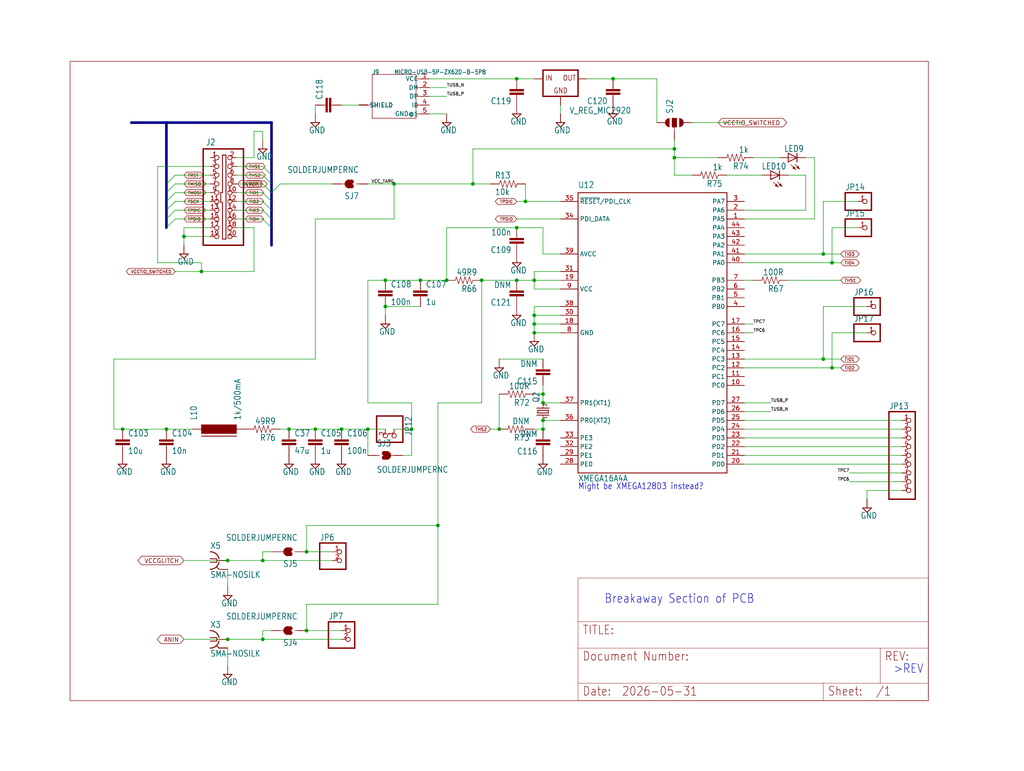
<source format=kicad_sch>
(kicad_sch (version 20230121) (generator eeschema)
  (paper "User" 297.002 223.571)
  (lib_symbols
    (symbol "cw-lite-main-eagle-import:CRYSTALHC49U-V"
      (property "Reference" "Q" (at 2.54 1.016 0))
      (symbol "CRYSTALHC49U-V_1_0"
        (text "1" (at -2.159 -1.143 0) (effects (font (size 0.8636 0.734)) (justify left bottom)))
        (text "2" (at 1.524 -1.143 0) (effects (font (size 0.8636 0.734)) (justify left bottom)))
        (pin passive line (at -2.54 0 0) (length 0) (name "1") (number "1"))
        (pin passive line (at 2.54 0 180) (length 0) (name "2") (number "2"))
      )
    )
    (symbol "cw-lite-main-eagle-import:FERRITE-0603"
      (property "Reference" "L" (at 2.54 6.35 0))
      (symbol "FERRITE-0603_1_0"
        (pin passive line (at 0 7.62 270) (length 2.54) (name "1") (number "1"))
        (pin passive line (at 0 -7.62 90) (length 2.54) (name "2") (number "2"))
      )
    )
    (symbol "cw-lite-main-eagle-import:GND" (power)
      (property "Value" "GND" (at -1.905 -3.175 0))
      (symbol "GND_1_0"
        (pin power_in line (at 0 2.54 270) (length 2.54) (name "GND") (number "1"))
      )
    )
    (symbol "cw-lite-main-eagle-import:LED-0603"
      (property "Reference" "LED" (at 3.556 -4.572 90))
      (symbol "LED-0603_1_0"
        (pin passive line (at 0 2.54 270) (length 2.54) (name "A") (number "A"))
        (pin passive line (at 0 -5.08 90) (length 2.54) (name "C") (number "C"))
      )
    )
    (symbol "cw-lite-main-eagle-import:LETTER_L"
      (symbol "LETTER_L_2_0"
        (text "${#}/${##}" (at 86.36 1.27 0) (effects (font (size 2.54 2.159)) (justify left bottom)))
        (text "${CURRENT_DATE}" (at 12.7 1.27 0) (effects (font (size 2.54 2.159)) (justify left bottom)))
        (text "${PROJECTNAME}" (at 17.78 19.05 0) (effects (font (size 2.54 2.159)) (justify left bottom)))
        (text "Date:" (at 1.27 1.27 0) (effects (font (size 2.54 2.159)) (justify left bottom)))
        (text "Document Number:" (at 1.27 11.43 0) (effects (font (size 2.54 2.159)) (justify left bottom)))
        (text "REV:" (at 88.9 11.43 0) (effects (font (size 2.54 2.159)) (justify left bottom)))
        (text "Sheet:" (at 72.39 1.27 0) (effects (font (size 2.54 2.159)) (justify left bottom)))
        (text "TITLE:" (at 1.27 19.05 0) (effects (font (size 2.54 2.159)) (justify left bottom)))
      )
    )
    (symbol "cw-lite-main-eagle-import:MICRO-USB-5P-ZX62D-B-5P8"
      (property "Reference" "J" (at -6.35 6.35 0))
      (symbol "MICRO-USB-5P-ZX62D-B-5P8_1_0"
        (pin bidirectional line (at 10.16 5.08 180) (length 2.54) (name "VCC") (number "1"))
        (pin bidirectional line (at 10.16 2.54 180) (length 2.54) (name "DM") (number "2"))
        (pin bidirectional line (at 10.16 0 180) (length 2.54) (name "DP") (number "3"))
        (pin bidirectional line (at 10.16 -2.54 180) (length 2.54) (name "ID") (number "4"))
        (pin bidirectional line (at 10.16 -5.08 180) (length 2.54) (name "GND@1") (number "5"))
        (pin bidirectional line (at -10.16 -2.54 0) (length 2.54) (name "SHIELD") (number "E1"))
        (pin bidirectional line (at -10.16 -2.54 0) (length 2.54) (name "SHIELD") (number "E2"))
        (pin bidirectional line (at -10.16 -2.54 0) (length 2.54) (name "SHIELD") (number "P$1"))
        (pin bidirectional line (at -10.16 -2.54 0) (length 2.54) (name "SHIELD") (number "P$2"))
        (pin bidirectional line (at -10.16 -2.54 0) (length 2.54) (name "SHIELD") (number "P$3"))
        (pin bidirectional line (at -10.16 -2.54 0) (length 2.54) (name "SHIELD") (number "P$4"))
      )
    )
    (symbol "cw-lite-main-eagle-import:PINHD-1X2"
      (property "Reference" "JP" (at -6.35 5.715 0))
      (symbol "PINHD-1X2_1_0"
        (pin passive inverted (at -2.54 2.54 0) (length 2.54) (name "1") (number "1"))
        (pin passive inverted (at -2.54 0 0) (length 2.54) (name "2") (number "2"))
      )
    )
    (symbol "cw-lite-main-eagle-import:PINHD-1X9"
      (property "Reference" "JP" (at -6.35 13.335 0))
      (symbol "PINHD-1X9_1_0"
        (pin passive inverted (at -2.54 10.16 0) (length 2.54) (name "1") (number "1"))
        (pin passive inverted (at -2.54 7.62 0) (length 2.54) (name "2") (number "2"))
        (pin passive inverted (at -2.54 5.08 0) (length 2.54) (name "3") (number "3"))
        (pin passive inverted (at -2.54 2.54 0) (length 2.54) (name "4") (number "4"))
        (pin passive inverted (at -2.54 0 0) (length 2.54) (name "5") (number "5"))
        (pin passive inverted (at -2.54 -2.54 0) (length 2.54) (name "6") (number "6"))
        (pin passive inverted (at -2.54 -5.08 0) (length 2.54) (name "7") (number "7"))
        (pin passive inverted (at -2.54 -7.62 0) (length 2.54) (name "8") (number "8"))
        (pin passive inverted (at -2.54 -10.16 0) (length 2.54) (name "9") (number "9"))
      )
    )
    (symbol "cw-lite-main-eagle-import:SHROUD_2X10-SHROUDED"
      (property "Reference" "J" (at -1.27 13.6525 0))
      (symbol "SHROUD_2X10-SHROUDED_1_0"
        (pin passive inverted (at 0 10.16 0) (length 2.54) (name "1") (number "1"))
        (pin passive inverted (at 7.62 0 180) (length 2.54) (name "10") (number "10"))
        (pin passive inverted (at 0 -2.54 0) (length 2.54) (name "11") (number "11"))
        (pin passive inverted (at 7.62 -2.54 180) (length 2.54) (name "12") (number "12"))
        (pin passive inverted (at 0 -5.08 0) (length 2.54) (name "13") (number "13"))
        (pin passive inverted (at 7.62 -5.08 180) (length 2.54) (name "14") (number "14"))
        (pin passive inverted (at 0 -7.62 0) (length 2.54) (name "15") (number "15"))
        (pin passive inverted (at 7.62 -7.62 180) (length 2.54) (name "16") (number "16"))
        (pin passive inverted (at 0 -10.16 0) (length 2.54) (name "17") (number "17"))
        (pin passive inverted (at 7.62 -10.16 180) (length 2.54) (name "18") (number "18"))
        (pin passive inverted (at 0 -12.7 0) (length 2.54) (name "19") (number "19"))
        (pin passive inverted (at 7.62 10.16 180) (length 2.54) (name "2") (number "2"))
        (pin passive inverted (at 7.62 -12.7 180) (length 2.54) (name "20") (number "20"))
        (pin passive inverted (at 0 7.62 0) (length 2.54) (name "3") (number "3"))
        (pin passive inverted (at 7.62 7.62 180) (length 2.54) (name "4") (number "4"))
        (pin passive inverted (at 0 5.08 0) (length 2.54) (name "5") (number "5"))
        (pin passive inverted (at 7.62 5.08 180) (length 2.54) (name "6") (number "6"))
        (pin passive inverted (at 0 2.54 0) (length 2.54) (name "7") (number "7"))
        (pin passive inverted (at 7.62 2.54 180) (length 2.54) (name "8") (number "8"))
        (pin passive inverted (at 0 0 0) (length 2.54) (name "9") (number "9"))
      )
    )
    (symbol "cw-lite-main-eagle-import:SMA-NOSILK"
      (property "Reference" "X" (at -2.54 3.302 0))
      (symbol "SMA-NOSILK_1_0"
        (pin passive line (at 2.54 0 180) (length 2.54) (name "1") (number "1"))
        (pin passive line (at 2.54 -2.54 180) (length 2.54) (name "2") (number "G@1"))
        (pin passive line (at 2.54 -2.54 180) (length 2.54) (name "2") (number "G@2"))
        (pin passive line (at 2.54 -2.54 180) (length 2.54) (name "2") (number "G@3"))
        (pin passive line (at 2.54 -2.54 180) (length 2.54) (name "2") (number "G@4"))
      )
    )
    (symbol "cw-lite-main-eagle-import:SOLDERJUMPERNC"
      (property "Reference" "SJ" (at -2.54 2.54 0))
      (symbol "SOLDERJUMPERNC_1_0"
        (pin passive line (at -5.08 0 0) (length 2.54) (name "1") (number "1"))
        (pin passive line (at 5.08 0 180) (length 2.54) (name "2") (number "2"))
      )
    )
    (symbol "cw-lite-main-eagle-import:SOLDERJUMPER_2WAYPASTE2&3"
      (property "Reference" "SJ" (at 2.54 0.381 0))
      (symbol "SOLDERJUMPER_2WAYPASTE2&3_1_0"
        (pin passive line (at 0 5.08 270) (length 2.54) (name "1") (number "1"))
        (pin passive line (at -5.08 0 0) (length 2.54) (name "2") (number "2"))
        (pin passive line (at 0 -5.08 90) (length 2.54) (name "3") (number "3"))
      )
    )
    (symbol "cw-lite-main-eagle-import:V_REG_MIC2920"
      (symbol "V_REG_MIC2920_1_0"
        (text "GND" (at -2.032 -4.318 0) (effects (font (size 1.524 1.2954)) (justify left bottom)))
        (text "IN" (at -4.445 -0.635 0) (effects (font (size 1.524 1.2954)) (justify left bottom)))
        (text "OUT" (at 0.635 -0.635 0) (effects (font (size 1.524 1.2954)) (justify left bottom)))
        (pin input line (at -7.62 0 0) (length 2.54) (name "IN") (number "1"))
        (pin input line (at 0 -7.62 90) (length 2.54) (name "GND") (number "2"))
        (pin output line (at 7.62 0 180) (length 2.54) (name "OUT") (number "3"))
      )
    )
    (symbol "cw-lite-main-eagle-import:XMEGA16A4A"
      (property "Reference" "IC" (at -20.32 41.91 0))
      (symbol "XMEGA16A4A_1_0"
        (pin bidirectional line (at 27.94 33.02 180) (length 5.08) (name "PA5") (number "1"))
        (pin bidirectional line (at 27.94 -15.24 180) (length 5.08) (name "PC0") (number "10"))
        (pin bidirectional line (at 27.94 -12.7 180) (length 5.08) (name "PC1") (number "11"))
        (pin bidirectional line (at 27.94 -10.16 180) (length 5.08) (name "PC2") (number "12"))
        (pin bidirectional line (at 27.94 -7.62 180) (length 5.08) (name "PC3") (number "13"))
        (pin bidirectional line (at 27.94 -5.08 180) (length 5.08) (name "PC4") (number "14"))
        (pin bidirectional line (at 27.94 -2.54 180) (length 5.08) (name "PC5") (number "15"))
        (pin bidirectional line (at 27.94 0 180) (length 5.08) (name "PC6") (number "16"))
        (pin bidirectional line (at 27.94 2.54 180) (length 5.08) (name "PC7") (number "17"))
        (pin power_in line (at -25.4 2.54 0) (length 5.08) (name "GND1") (number "18"))
        (pin power_in line (at -25.4 15.24 0) (length 5.08) (name "VCC1") (number "19"))
        (pin bidirectional line (at 27.94 35.56 180) (length 5.08) (name "PA6") (number "2"))
        (pin bidirectional line (at 27.94 -38.1 180) (length 5.08) (name "PD0") (number "20"))
        (pin bidirectional line (at 27.94 -35.56 180) (length 5.08) (name "PD1") (number "21"))
        (pin bidirectional line (at 27.94 -33.02 180) (length 5.08) (name "PD2") (number "22"))
        (pin bidirectional line (at 27.94 -30.48 180) (length 5.08) (name "PD3") (number "23"))
        (pin bidirectional line (at 27.94 -27.94 180) (length 5.08) (name "PD4") (number "24"))
        (pin bidirectional line (at 27.94 -25.4 180) (length 5.08) (name "PD5") (number "25"))
        (pin bidirectional line (at 27.94 -22.86 180) (length 5.08) (name "PD6") (number "26"))
        (pin bidirectional line (at 27.94 -20.32 180) (length 5.08) (name "PD7") (number "27"))
        (pin bidirectional line (at -25.4 -38.1 0) (length 5.08) (name "PE0") (number "28"))
        (pin bidirectional line (at -25.4 -35.56 0) (length 5.08) (name "PE1") (number "29"))
        (pin bidirectional line (at 27.94 38.1 180) (length 5.08) (name "PA7") (number "3"))
        (pin power_in line (at -25.4 5.08 0) (length 5.08) (name "GND2") (number "30"))
        (pin power_in line (at -25.4 17.78 0) (length 5.08) (name "VCC2") (number "31"))
        (pin bidirectional line (at -25.4 -33.02 0) (length 5.08) (name "PE2") (number "32"))
        (pin bidirectional line (at -25.4 -30.48 0) (length 5.08) (name "PE3") (number "33"))
        (pin bidirectional line (at -25.4 33.02 0) (length 5.08) (name "PDI_DATA") (number "34"))
        (pin bidirectional line (at -25.4 38.1 0) (length 5.08) (name "~{RESET}/PDI_CLK") (number "35"))
        (pin bidirectional line (at -25.4 -25.4 0) (length 5.08) (name "PR0(XT2)") (number "36"))
        (pin bidirectional line (at -25.4 -20.32 0) (length 5.08) (name "PR1(XT1)") (number "37"))
        (pin power_in line (at -25.4 7.62 0) (length 5.08) (name "GND3") (number "38"))
        (pin power_in line (at -25.4 22.86 0) (length 5.08) (name "AVCC") (number "39"))
        (pin bidirectional line (at 27.94 7.62 180) (length 5.08) (name "PB0") (number "4"))
        (pin bidirectional line (at 27.94 20.32 180) (length 5.08) (name "PA0") (number "40"))
        (pin bidirectional line (at 27.94 22.86 180) (length 5.08) (name "PA1") (number "41"))
        (pin bidirectional line (at 27.94 25.4 180) (length 5.08) (name "PA2") (number "42"))
        (pin bidirectional line (at 27.94 27.94 180) (length 5.08) (name "PA3") (number "43"))
        (pin bidirectional line (at 27.94 30.48 180) (length 5.08) (name "PA4") (number "44"))
        (pin bidirectional line (at 27.94 10.16 180) (length 5.08) (name "PB1") (number "5"))
        (pin bidirectional line (at 27.94 12.7 180) (length 5.08) (name "PB2") (number "6"))
        (pin bidirectional line (at 27.94 15.24 180) (length 5.08) (name "PB3") (number "7"))
        (pin power_in line (at -25.4 0 0) (length 5.08) (name "GND") (number "8"))
        (pin power_in line (at -25.4 12.7 0) (length 5.08) (name "VCC") (number "9"))
      )
    )
    (symbol "cw-lite-main-eagle-import:adafruit_PINHD-1X1"
      (property "Reference" "JP" (at -6.35 3.175 0))
      (symbol "adafruit_PINHD-1X1_1_0"
        (pin passive inverted (at -2.54 0 0) (length 2.54) (name "1") (number "1"))
      )
    )
    (symbol "cw-lite-main-eagle-import:custom-std_CAP0603-CAP"
      (property "Reference" "C" (at 1.524 2.921 0))
      (symbol "custom-std_CAP0603-CAP_1_0"
        (pin passive line (at 0 5.08 270) (length 2.54) (name "1") (number "1"))
        (pin passive line (at 0 -2.54 90) (length 2.54) (name "2") (number "2"))
      )
    )
    (symbol "cw-lite-main-eagle-import:custom-std_CAP0805"
      (property "Reference" "C" (at 1.524 2.921 0))
      (symbol "custom-std_CAP0805_1_0"
        (pin passive line (at 0 5.08 270) (length 2.54) (name "1") (number "1"))
        (pin passive line (at 0 -2.54 90) (length 2.54) (name "2") (number "2"))
      )
    )
    (symbol "cw-lite-main-eagle-import:custom-std_RES0603-RES"
      (property "Reference" "R" (at -3.81 1.4986 0))
      (symbol "custom-std_RES0603-RES_1_0"
        (pin passive line (at -5.08 0 0) (length 2.54) (name "1") (number "1"))
        (pin passive line (at 5.08 0 180) (length 2.54) (name "2") (number "2"))
      )
    )
    (symbol "cw-lite-main-eagle-import:custom-std_RES0805-RES"
      (property "Reference" "R" (at -3.81 1.4986 0))
      (symbol "custom-std_RES0805-RES_1_0"
        (pin passive line (at -5.08 0 0) (length 2.54) (name "1") (number "1"))
        (pin passive line (at 5.08 0 180) (length 2.54) (name "2") (number "2"))
      )
    )
  )
  (junction (at 149.86 22.86))
  (junction (at 157.48 121.92))
  (junction (at 66.04 185.42))
  (junction (at 154.94 81.28))
  (junction (at 238.76 73.66))
  (junction (at 35.56 124.46))
  (junction (at 154.94 93.98))
  (junction (at 129.54 81.28))
  (junction (at 76.2 162.56))
  (junction (at 58.42 78.74))
  (junction (at 83.82 124.46))
  (junction (at 111.76 81.28))
  (junction (at 91.44 124.46))
  (junction (at 149.86 81.28))
  (junction (at 88.9 182.88))
  (junction (at 241.3 76.2))
  (junction (at 152.4 58.42))
  (junction (at 111.76 88.9))
  (junction (at 99.06 124.46))
  (junction (at 177.8 22.86))
  (junction (at 114.3 53.34))
  (junction (at 48.26 124.46))
  (junction (at 157.48 114.3))
  (junction (at 157.48 116.84))
  (junction (at 88.9 160.02))
  (junction (at 106.68 124.46))
  (junction (at 137.16 53.34))
  (junction (at 154.94 91.44))
  (junction (at 238.76 104.14))
  (junction (at 119.38 124.46))
  (junction (at 195.58 43.18))
  (junction (at 139.7 81.28))
  (junction (at 149.86 66.04))
  (junction (at 127 152.4))
  (junction (at 121.92 81.28))
  (junction (at 195.58 45.72))
  (junction (at 66.04 162.56))
  (junction (at 241.3 106.68))
  (junction (at 154.94 96.52))
  (junction (at 144.78 124.46))
  (junction (at 76.2 185.42))
  (junction (at 53.34 68.58))
  (junction (at 157.48 124.46))
  (bus_entry (at 50.8 50.8) (size -2.54 2.54))
  (bus_entry (at 76.2 58.42) (size 2.54 2.54))
  (bus_entry (at 76.2 53.34) (size 2.54 2.54))
  (bus_entry (at 76.2 50.8) (size 2.54 2.54))
  (bus_entry (at 76.2 63.5) (size 2.54 2.54))
  (bus_entry (at 76.2 48.26) (size 2.54 2.54))
  (bus_entry (at 50.8 63.5) (size -2.54 2.54))
  (bus_entry (at 76.2 60.96) (size 2.54 2.54))
  (bus_entry (at 50.8 58.42) (size -2.54 2.54))
  (bus_entry (at 81.28 53.34) (size -2.54 2.54))
  (bus_entry (at 50.8 60.96) (size -2.54 2.54))
  (bus_entry (at 76.2 55.88) (size 2.54 2.54))
  (bus_entry (at 50.8 55.88) (size -2.54 2.54))
  (bus_entry (at 50.8 53.34) (size -2.54 2.54))
  (bus (pts (xy 48.26 55.88) (xy 48.26 53.34)) (stroke (width 0.762)))
  (wire (pts (xy 157.48 124.46) (xy 157.48 121.92)) (stroke (width 0.1524)))
  (wire (pts (xy 35.56 124.46) (xy 33.02 124.46)) (stroke (width 0.1524)))
  (wire (pts (xy 60.96 55.88) (xy 50.8 55.88)) (stroke (width 0.1524)))
  (wire (pts (xy 154.94 124.46) (xy 157.48 124.46)) (stroke (width 0.1524)))
  (wire (pts (xy 124.46 22.86) (xy 149.86 22.86)) (stroke (width 0.1524)))
  (wire (pts (xy 121.92 81.28) (xy 111.76 81.28)) (stroke (width 0.1524)))
  (wire (pts (xy 215.9 121.92) (xy 261.62 121.92)) (stroke (width 0.1524)))
  (wire (pts (xy 53.34 66.04) (xy 53.34 68.58)) (stroke (width 0.1524)))
  (wire (pts (xy 68.58 66.04) (xy 73.66 66.04)) (stroke (width 0.1524)))
  (wire (pts (xy 106.68 116.84) (xy 119.38 116.84)) (stroke (width 0.1524)))
  (wire (pts (xy 215.9 96.52) (xy 218.44 96.52)) (stroke (width 0.1524)))
  (wire (pts (xy 144.78 124.46) (xy 142.24 124.46)) (stroke (width 0.1524)))
  (bus (pts (xy 78.74 50.8) (xy 78.74 53.34)) (stroke (width 0.762)))
  (wire (pts (xy 162.56 73.66) (xy 157.48 73.66)) (stroke (width 0.1524)))
  (wire (pts (xy 121.92 88.9) (xy 111.76 88.9)) (stroke (width 0.1524)))
  (wire (pts (xy 149.86 66.04) (xy 129.54 66.04)) (stroke (width 0.1524)))
  (wire (pts (xy 157.48 111.76) (xy 157.48 114.3)) (stroke (width 0.1524)))
  (wire (pts (xy 215.9 127) (xy 261.62 127)) (stroke (width 0.1524)))
  (wire (pts (xy 238.76 58.42) (xy 238.76 73.66)) (stroke (width 0.1524)))
  (wire (pts (xy 215.9 76.2) (xy 241.3 76.2)) (stroke (width 0.1524)))
  (wire (pts (xy 215.9 73.66) (xy 238.76 73.66)) (stroke (width 0.1524)))
  (bus (pts (xy 48.26 35.56) (xy 38.1 35.56)) (stroke (width 0.762)))
  (wire (pts (xy 162.56 33.02) (xy 162.56 30.48)) (stroke (width 0.1524)))
  (wire (pts (xy 251.46 96.52) (xy 241.3 96.52)) (stroke (width 0.1524)))
  (wire (pts (xy 60.96 60.96) (xy 50.8 60.96)) (stroke (width 0.1524)))
  (wire (pts (xy 111.76 81.28) (xy 106.68 81.28)) (stroke (width 0.1524)))
  (wire (pts (xy 76.2 182.88) (xy 76.2 185.42)) (stroke (width 0.1524)))
  (wire (pts (xy 68.58 63.5) (xy 76.2 63.5)) (stroke (width 0.1524)))
  (wire (pts (xy 73.66 45.72) (xy 68.58 45.72)) (stroke (width 0.1524)))
  (wire (pts (xy 66.04 185.42) (xy 76.2 185.42)) (stroke (width 0.1524)))
  (wire (pts (xy 124.46 33.02) (xy 129.54 33.02)) (stroke (width 0.1524)))
  (wire (pts (xy 106.68 81.28) (xy 106.68 116.84)) (stroke (width 0.1524)))
  (wire (pts (xy 127 175.26) (xy 88.9 175.26)) (stroke (width 0.1524)))
  (wire (pts (xy 154.94 93.98) (xy 154.94 96.52)) (stroke (width 0.1524)))
  (wire (pts (xy 218.44 81.28) (xy 215.9 81.28)) (stroke (width 0.1524)))
  (wire (pts (xy 215.9 93.98) (xy 218.44 93.98)) (stroke (width 0.1524)))
  (wire (pts (xy 195.58 43.18) (xy 137.16 43.18)) (stroke (width 0.1524)))
  (wire (pts (xy 96.52 160.02) (xy 88.9 160.02)) (stroke (width 0.1524)))
  (bus (pts (xy 78.74 35.56) (xy 48.26 35.56)) (stroke (width 0.762)))
  (wire (pts (xy 45.72 76.2) (xy 58.42 76.2)) (stroke (width 0.1524)))
  (wire (pts (xy 81.28 53.34) (xy 96.52 53.34)) (stroke (width 0.1524)))
  (wire (pts (xy 81.28 124.46) (xy 83.82 124.46)) (stroke (width 0.1524)))
  (wire (pts (xy 162.56 93.98) (xy 154.94 93.98)) (stroke (width 0.1524)))
  (wire (pts (xy 233.68 50.8) (xy 233.68 60.96)) (stroke (width 0.1524)))
  (wire (pts (xy 162.56 63.5) (xy 149.86 63.5)) (stroke (width 0.1524)))
  (wire (pts (xy 91.44 63.5) (xy 114.3 63.5)) (stroke (width 0.1524)))
  (wire (pts (xy 127 152.4) (xy 127 175.26)) (stroke (width 0.1524)))
  (wire (pts (xy 144.78 104.14) (xy 157.48 104.14)) (stroke (width 0.1524)))
  (wire (pts (xy 45.72 48.26) (xy 45.72 76.2)) (stroke (width 0.1524)))
  (wire (pts (xy 60.96 50.8) (xy 50.8 50.8)) (stroke (width 0.1524)))
  (wire (pts (xy 228.6 50.8) (xy 233.68 50.8)) (stroke (width 0.1524)))
  (wire (pts (xy 236.22 63.5) (xy 215.9 63.5)) (stroke (width 0.1524)))
  (wire (pts (xy 162.56 88.9) (xy 154.94 88.9)) (stroke (width 0.1524)))
  (wire (pts (xy 127 152.4) (xy 127 116.84)) (stroke (width 0.1524)))
  (wire (pts (xy 60.96 58.42) (xy 50.8 58.42)) (stroke (width 0.1524)))
  (wire (pts (xy 215.9 116.84) (xy 223.52 116.84)) (stroke (width 0.1524)))
  (wire (pts (xy 106.68 53.34) (xy 114.3 53.34)) (stroke (width 0.1524)))
  (wire (pts (xy 220.98 50.8) (xy 210.82 50.8)) (stroke (width 0.1524)))
  (wire (pts (xy 162.56 81.28) (xy 154.94 81.28)) (stroke (width 0.1524)))
  (wire (pts (xy 66.04 162.56) (xy 53.34 162.56)) (stroke (width 0.1524)))
  (wire (pts (xy 241.3 66.04) (xy 241.3 76.2)) (stroke (width 0.1524)))
  (bus (pts (xy 78.74 66.04) (xy 78.74 71.12)) (stroke (width 0.762)))
  (wire (pts (xy 261.62 137.16) (xy 246.38 137.16)) (stroke (width 0.1524)))
  (wire (pts (xy 215.9 104.14) (xy 238.76 104.14)) (stroke (width 0.1524)))
  (wire (pts (xy 129.54 66.04) (xy 129.54 81.28)) (stroke (width 0.1524)))
  (wire (pts (xy 149.86 81.28) (xy 139.7 81.28)) (stroke (width 0.1524)))
  (bus (pts (xy 78.74 58.42) (xy 78.74 60.96)) (stroke (width 0.762)))
  (wire (pts (xy 88.9 175.26) (xy 88.9 182.88)) (stroke (width 0.1524)))
  (wire (pts (xy 261.62 129.54) (xy 215.9 129.54)) (stroke (width 0.1524)))
  (bus (pts (xy 78.74 53.34) (xy 78.74 55.88)) (stroke (width 0.762)))
  (bus (pts (xy 48.26 66.04) (xy 48.26 63.5)) (stroke (width 0.762)))
  (wire (pts (xy 78.74 182.88) (xy 76.2 182.88)) (stroke (width 0.1524)))
  (wire (pts (xy 66.04 165.1) (xy 66.04 170.18)) (stroke (width 0.1524)))
  (wire (pts (xy 88.9 160.02) (xy 88.9 152.4)) (stroke (width 0.1524)))
  (wire (pts (xy 119.38 124.46) (xy 114.3 124.46)) (stroke (width 0.1524)))
  (wire (pts (xy 73.66 38.1) (xy 73.66 45.72)) (stroke (width 0.1524)))
  (bus (pts (xy 48.26 58.42) (xy 48.26 55.88)) (stroke (width 0.762)))
  (bus (pts (xy 48.26 53.34) (xy 48.26 35.56)) (stroke (width 0.762)))
  (wire (pts (xy 137.16 53.34) (xy 114.3 53.34)) (stroke (width 0.1524)))
  (wire (pts (xy 60.96 68.58) (xy 53.34 68.58)) (stroke (width 0.1524)))
  (wire (pts (xy 78.74 160.02) (xy 76.2 160.02)) (stroke (width 0.1524)))
  (wire (pts (xy 195.58 40.64) (xy 195.58 43.18)) (stroke (width 0.1524)))
  (wire (pts (xy 241.3 106.68) (xy 243.84 106.68)) (stroke (width 0.1524)))
  (wire (pts (xy 162.56 91.44) (xy 154.94 91.44)) (stroke (width 0.1524)))
  (wire (pts (xy 154.94 83.82) (xy 162.56 83.82)) (stroke (width 0.1524)))
  (wire (pts (xy 190.5 22.86) (xy 190.5 35.56)) (stroke (width 0.1524)))
  (wire (pts (xy 157.48 66.04) (xy 149.86 66.04)) (stroke (width 0.1524)))
  (wire (pts (xy 76.2 40.64) (xy 76.2 38.1)) (stroke (width 0.1524)))
  (wire (pts (xy 106.68 132.08) (xy 106.68 124.46)) (stroke (width 0.1524)))
  (wire (pts (xy 195.58 45.72) (xy 195.58 43.18)) (stroke (width 0.1524)))
  (wire (pts (xy 162.56 121.92) (xy 157.48 121.92)) (stroke (width 0.1524)))
  (wire (pts (xy 60.96 53.34) (xy 50.8 53.34)) (stroke (width 0.1524)))
  (wire (pts (xy 149.86 22.86) (xy 154.94 22.86)) (stroke (width 0.1524)))
  (wire (pts (xy 154.94 96.52) (xy 162.56 96.52)) (stroke (width 0.1524)))
  (wire (pts (xy 88.9 182.88) (xy 99.06 182.88)) (stroke (width 0.1524)))
  (wire (pts (xy 170.18 22.86) (xy 177.8 22.86)) (stroke (width 0.1524)))
  (wire (pts (xy 154.94 81.28) (xy 149.86 81.28)) (stroke (width 0.1524)))
  (wire (pts (xy 241.3 96.52) (xy 241.3 106.68)) (stroke (width 0.1524)))
  (wire (pts (xy 60.96 66.04) (xy 53.34 66.04)) (stroke (width 0.1524)))
  (wire (pts (xy 162.56 116.84) (xy 157.48 116.84)) (stroke (width 0.1524)))
  (wire (pts (xy 154.94 91.44) (xy 154.94 93.98)) (stroke (width 0.1524)))
  (wire (pts (xy 124.46 25.4) (xy 129.54 25.4)) (stroke (width 0.1524)))
  (wire (pts (xy 73.66 66.04) (xy 73.66 78.74)) (stroke (width 0.1524)))
  (bus (pts (xy 78.74 35.56) (xy 78.74 50.8)) (stroke (width 0.762)))
  (wire (pts (xy 114.3 63.5) (xy 114.3 53.34)) (stroke (width 0.1524)))
  (wire (pts (xy 68.58 48.26) (xy 76.2 48.26)) (stroke (width 0.1524)))
  (wire (pts (xy 261.62 124.46) (xy 215.9 124.46)) (stroke (width 0.1524)))
  (wire (pts (xy 76.2 160.02) (xy 76.2 162.56)) (stroke (width 0.1524)))
  (wire (pts (xy 248.92 66.04) (xy 241.3 66.04)) (stroke (width 0.1524)))
  (wire (pts (xy 195.58 50.8) (xy 195.58 45.72)) (stroke (width 0.1524)))
  (wire (pts (xy 91.44 30.48) (xy 91.44 33.02)) (stroke (width 0.1524)))
  (wire (pts (xy 248.92 58.42) (xy 238.76 58.42)) (stroke (width 0.1524)))
  (wire (pts (xy 200.66 35.56) (xy 215.9 35.56)) (stroke (width 0.1524)))
  (wire (pts (xy 154.94 81.28) (xy 154.94 83.82)) (stroke (width 0.1524)))
  (wire (pts (xy 116.84 132.08) (xy 119.38 132.08)) (stroke (width 0.1524)))
  (wire (pts (xy 177.8 22.86) (xy 190.5 22.86)) (stroke (width 0.1524)))
  (wire (pts (xy 76.2 162.56) (xy 96.52 162.56)) (stroke (width 0.1524)))
  (wire (pts (xy 233.68 60.96) (xy 215.9 60.96)) (stroke (width 0.1524)))
  (wire (pts (xy 251.46 142.24) (xy 251.46 144.78)) (stroke (width 0.1524)))
  (wire (pts (xy 154.94 88.9) (xy 154.94 91.44)) (stroke (width 0.1524)))
  (wire (pts (xy 68.58 50.8) (xy 76.2 50.8)) (stroke (width 0.1524)))
  (wire (pts (xy 68.58 55.88) (xy 76.2 55.88)) (stroke (width 0.1524)))
  (wire (pts (xy 99.06 124.46) (xy 91.44 124.46)) (stroke (width 0.1524)))
  (wire (pts (xy 68.58 58.42) (xy 76.2 58.42)) (stroke (width 0.1524)))
  (bus (pts (xy 78.74 60.96) (xy 78.74 63.5)) (stroke (width 0.762)))
  (wire (pts (xy 68.58 53.34) (xy 76.2 53.34)) (stroke (width 0.1524)))
  (wire (pts (xy 157.48 73.66) (xy 157.48 66.04)) (stroke (width 0.1524)))
  (wire (pts (xy 106.68 124.46) (xy 99.06 124.46)) (stroke (width 0.1524)))
  (wire (pts (xy 152.4 58.42) (xy 152.4 53.34)) (stroke (width 0.1524)))
  (bus (pts (xy 48.26 63.5) (xy 48.26 60.96)) (stroke (width 0.762)))
  (wire (pts (xy 137.16 43.18) (xy 137.16 53.34)) (stroke (width 0.1524)))
  (bus (pts (xy 48.26 60.96) (xy 48.26 58.42)) (stroke (width 0.762)))
  (wire (pts (xy 157.48 114.3) (xy 157.48 116.84)) (stroke (width 0.1524)))
  (wire (pts (xy 48.26 124.46) (xy 35.56 124.46)) (stroke (width 0.1524)))
  (wire (pts (xy 129.54 81.28) (xy 121.92 81.28)) (stroke (width 0.1524)))
  (wire (pts (xy 162.56 58.42) (xy 152.4 58.42)) (stroke (width 0.1524)))
  (wire (pts (xy 58.42 78.74) (xy 50.8 78.74)) (stroke (width 0.1524)))
  (wire (pts (xy 215.9 132.08) (xy 261.62 132.08)) (stroke (width 0.1524)))
  (wire (pts (xy 127 116.84) (xy 139.7 116.84)) (stroke (width 0.1524)))
  (wire (pts (xy 33.02 124.46) (xy 33.02 104.14)) (stroke (width 0.1524)))
  (wire (pts (xy 200.66 50.8) (xy 195.58 50.8)) (stroke (width 0.1524)))
  (wire (pts (xy 152.4 58.42) (xy 149.86 58.42)) (stroke (width 0.1524)))
  (wire (pts (xy 238.76 88.9) (xy 238.76 104.14)) (stroke (width 0.1524)))
  (wire (pts (xy 236.22 45.72) (xy 236.22 63.5)) (stroke (width 0.1524)))
  (wire (pts (xy 233.68 45.72) (xy 236.22 45.72)) (stroke (width 0.1524)))
  (wire (pts (xy 60.96 48.26) (xy 45.72 48.26)) (stroke (width 0.1524)))
  (wire (pts (xy 238.76 104.14) (xy 243.84 104.14)) (stroke (width 0.1524)))
  (wire (pts (xy 66.04 162.56) (xy 76.2 162.56)) (stroke (width 0.1524)))
  (wire (pts (xy 119.38 116.84) (xy 119.38 124.46)) (stroke (width 0.1524)))
  (wire (pts (xy 66.04 185.42) (xy 53.34 185.42)) (stroke (width 0.1524)))
  (wire (pts (xy 73.66 78.74) (xy 58.42 78.74)) (stroke (width 0.1524)))
  (wire (pts (xy 228.6 81.28) (xy 243.84 81.28)) (stroke (width 0.1524)))
  (wire (pts (xy 238.76 73.66) (xy 243.84 73.66)) (stroke (width 0.1524)))
  (bus (pts (xy 78.74 55.88) (xy 78.74 58.42)) (stroke (width 0.762)))
  (wire (pts (xy 261.62 134.62) (xy 215.9 134.62)) (stroke (width 0.1524)))
  (wire (pts (xy 251.46 88.9) (xy 238.76 88.9)) (stroke (width 0.1524)))
  (wire (pts (xy 226.06 45.72) (xy 218.44 45.72)) (stroke (width 0.1524)))
  (wire (pts (xy 144.78 114.3) (xy 144.78 124.46)) (stroke (width 0.1524)))
  (wire (pts (xy 111.76 88.9) (xy 111.76 91.44)) (stroke (width 0.1524)))
  (wire (pts (xy 99.06 30.48) (xy 104.14 30.48)) (stroke (width 0.1524)))
  (wire (pts (xy 261.62 142.24) (xy 251.46 142.24)) (stroke (width 0.1524)))
  (wire (pts (xy 215.9 119.38) (xy 223.52 119.38)) (stroke (width 0.1524)))
  (wire (pts (xy 88.9 152.4) (xy 127 152.4)) (stroke (width 0.1524)))
  (wire (pts (xy 124.46 27.94) (xy 129.54 27.94)) (stroke (width 0.1524)))
  (wire (pts (xy 33.02 104.14) (xy 91.44 104.14)) (stroke (width 0.1524)))
  (wire (pts (xy 55.88 124.46) (xy 48.26 124.46)) (stroke (width 0.1524)))
  (wire (pts (xy 60.96 63.5) (xy 50.8 63.5)) (stroke (width 0.1524)))
  (wire (pts (xy 91.44 124.46) (xy 83.82 124.46)) (stroke (width 0.1524)))
  (wire (pts (xy 142.24 53.34) (xy 137.16 53.34)) (stroke (width 0.1524)))
  (wire (pts (xy 208.28 45.72) (xy 195.58 45.72)) (stroke (width 0.1524)))
  (wire (pts (xy 154.94 78.74) (xy 154.94 81.28)) (stroke (width 0.1524)))
  (wire (pts (xy 139.7 116.84) (xy 139.7 81.28)) (stroke (width 0.1524)))
  (wire (pts (xy 111.76 124.46) (xy 106.68 124.46)) (stroke (width 0.1524)))
  (wire (pts (xy 119.38 132.08) (xy 119.38 124.46)) (stroke (width 0.1524)))
  (wire (pts (xy 261.62 139.7) (xy 246.38 139.7)) (stroke (width 0.1524)))
  (wire (pts (xy 66.04 187.96) (xy 66.04 193.04)) (stroke (width 0.1524)))
  (wire (pts (xy 76.2 38.1) (xy 73.66 38.1)) (stroke (width 0.1524)))
  (wire (pts (xy 215.9 106.68) (xy 241.3 106.68)) (stroke (width 0.1524)))
  (wire (pts (xy 53.34 68.58) (xy 53.34 71.12)) (stroke (width 0.1524)))
  (bus (pts (xy 78.74 63.5) (xy 78.74 66.04)) (stroke (width 0.762)))
  (wire (pts (xy 58.42 76.2) (xy 58.42 78.74)) (stroke (width 0.1524)))
  (wire (pts (xy 91.44 104.14) (xy 91.44 63.5)) (stroke (width 0.1524)))
  (wire (pts (xy 154.94 114.3) (xy 157.48 114.3)) (stroke (width 0.1524)))
  (wire (pts (xy 162.56 78.74) (xy 154.94 78.74)) (stroke (width 0.1524)))
  (wire (pts (xy 76.2 185.42) (xy 99.06 185.42)) (stroke (width 0.1524)))
  (wire (pts (xy 241.3 76.2) (xy 243.84 76.2)) (stroke (width 0.1524)))
  (wire (pts (xy 68.58 60.96) (xy 76.2 60.96)) (stroke (width 0.1524)))
  (text ">REV" (at 259.08 195.58 0) (effects (font (size 2.54 2.159)) (justify left bottom)))
  (text "Breakaway Section of PCB" (at 175.26 175.26 0) (effects (font (size 2.54 2.159)) (justify left bottom)))
  (text "Might be XMEGA128D3 instead?" (at 167.64 142.24 0) (effects (font (size 1.778 1.5113)) (justify left bottom)))
  (label "TPC7" (at 218.44 93.98 0) (effects (font (size 0.889 0.889))))
  (label "TPC7" (at 246.38 137.16 180) (effects (font (size 0.889 0.889))))
  (label "TUSB_N" (at 129.54 25.4 0) (effects (font (size 0.889 0.889))))
  (label "VCC_TARG" (at 114.3 53.34 180) (effects (font (size 0.889 0.889))))
  (label "TUSB_P" (at 223.52 116.84 0) (effects (font (size 0.889 0.889))))
  (label "TPC6" (at 246.38 139.7 180) (effects (font (size 0.889 0.889))))
  (label "TUSB_P" (at 129.54 27.94 0) (effects (font (size 0.889 0.889))))
  (label "TUSB_N" (at 223.52 119.38 0) (effects (font (size 0.889 0.889))))
  (label "TPC6" (at 218.44 96.52 0) (effects (font (size 0.889 0.889))))
  (global_label "VCCTIO_SWITCHED" (shape bidirectional) (at 208.28 35.56 0) (effects (font (size 1.2446 1.2446))) (property "Intersheetrefs" "${INTERSHEET_REFS}" (effects hide)))
  (global_label "TVREF" (shape bidirectional) (at 76.2 53.34 180) (effects (font (size 1.016 1.016))) (property "Intersheetrefs" "${INTERSHEET_REFS}" (effects hide)))
  (global_label "TSCK" (shape bidirectional) (at 53.34 58.42 0) (effects (font (size 0.889 0.889))) (property "Intersheetrefs" "${INTERSHEET_REFS}" (effects hide)))
  (global_label "THS1" (shape bidirectional) (at 243.84 81.28 0) (effects (font (size 0.889 0.889))) (property "Intersheetrefs" "${INTERSHEET_REFS}" (effects hide)))
  (global_label "TIO3" (shape bidirectional) (at 71.12 60.96 0) (effects (font (size 0.889 0.889))) (property "Intersheetrefs" "${INTERSHEET_REFS}" (effects hide)))
  (global_label "TPDID" (shape bidirectional) (at 53.34 63.5 0) (effects (font (size 0.889 0.889))) (property "Intersheetrefs" "${INTERSHEET_REFS}" (effects hide)))
  (global_label "TIO2" (shape bidirectional) (at 243.84 106.68 0) (effects (font (size 0.889 0.889))) (property "Intersheetrefs" "${INTERSHEET_REFS}" (effects hide)))
  (global_label "TIO1" (shape bidirectional) (at 71.12 55.88 0) (effects (font (size 0.889 0.889))) (property "Intersheetrefs" "${INTERSHEET_REFS}" (effects hide)))
  (global_label "TRST" (shape bidirectional) (at 53.34 50.8 0) (effects (font (size 0.889 0.889))) (property "Intersheetrefs" "${INTERSHEET_REFS}" (effects hide)))
  (global_label "TPDIC" (shape bidirectional) (at 149.86 58.42 180) (effects (font (size 0.889 0.889))) (property "Intersheetrefs" "${INTERSHEET_REFS}" (effects hide)))
  (global_label "ANIN" (shape bidirectional) (at 53.34 185.42 180) (effects (font (size 1.2446 1.2446))) (property "Intersheetrefs" "${INTERSHEET_REFS}" (effects hide)))
  (global_label "TMISO" (shape bidirectional) (at 53.34 53.34 0) (effects (font (size 0.889 0.889))) (property "Intersheetrefs" "${INTERSHEET_REFS}" (effects hide)))
  (global_label "THS2" (shape bidirectional) (at 71.12 50.8 0) (effects (font (size 0.889 0.889))) (property "Intersheetrefs" "${INTERSHEET_REFS}" (effects hide)))
  (global_label "TVREF" (shape bidirectional) (at 71.12 53.34 0) (effects (font (size 0.889 0.889))) (property "Intersheetrefs" "${INTERSHEET_REFS}" (effects hide)))
  (global_label "TPDIC" (shape bidirectional) (at 53.34 60.96 0) (effects (font (size 0.889 0.889))) (property "Intersheetrefs" "${INTERSHEET_REFS}" (effects hide)))
  (global_label "TIO1" (shape bidirectional) (at 243.84 104.14 0) (effects (font (size 0.889 0.889))) (property "Intersheetrefs" "${INTERSHEET_REFS}" (effects hide)))
  (global_label "TIO4" (shape bidirectional) (at 243.84 76.2 0) (effects (font (size 0.889 0.889))) (property "Intersheetrefs" "${INTERSHEET_REFS}" (effects hide)))
  (global_label "TIO2" (shape bidirectional) (at 71.12 58.42 0) (effects (font (size 0.889 0.889))) (property "Intersheetrefs" "${INTERSHEET_REFS}" (effects hide)))
  (global_label "VCCGLITCH" (shape bidirectional) (at 53.34 162.56 180) (effects (font (size 1.2446 1.2446))) (property "Intersheetrefs" "${INTERSHEET_REFS}" (effects hide)))
  (global_label "TIO4" (shape bidirectional) (at 71.12 63.5 0) (effects (font (size 0.889 0.889))) (property "Intersheetrefs" "${INTERSHEET_REFS}" (effects hide)))
  (global_label "THS1" (shape bidirectional) (at 71.12 48.26 0) (effects (font (size 0.889 0.889))) (property "Intersheetrefs" "${INTERSHEET_REFS}" (effects hide)))
  (global_label "TPDID" (shape bidirectional) (at 149.86 63.5 180) (effects (font (size 0.889 0.889))) (property "Intersheetrefs" "${INTERSHEET_REFS}" (effects hide)))
  (global_label "VCCTIO_SWITCHED" (shape bidirectional) (at 50.8 78.74 180) (effects (font (size 0.889 0.889))) (property "Intersheetrefs" "${INTERSHEET_REFS}" (effects hide)))
  (global_label "TIO3" (shape bidirectional) (at 243.84 73.66 0) (effects (font (size 0.889 0.889))) (property "Intersheetrefs" "${INTERSHEET_REFS}" (effects hide)))
  (global_label "TMOSI" (shape bidirectional) (at 53.34 55.88 0) (effects (font (size 0.889 0.889))) (property "Intersheetrefs" "${INTERSHEET_REFS}" (effects hide)))
  (global_label "THS2" (shape bidirectional) (at 142.24 124.46 180) (effects (font (size 0.889 0.889))) (property "Intersheetrefs" "${INTERSHEET_REFS}" (effects hide)))
  (symbol (lib_id "cw-lite-main-eagle-import:GND") (at 35.56 134.62 0) (unit 1)
    (property "Reference" "#SUPPLY108" (effects hide))
    (property "Value" "GND" (at 33.655 137.795 0) (effects (font (size 1.778 1.5113)) (justify left bottom)))
  )
  (symbol (lib_id "cw-lite-main-eagle-import:PINHD-1X2") (at 111.76 127 270) (unit 1)
    (property "Reference" "JP12" (at 117.475 120.65 0) (effects (font (size 1.778 1.5113)) (justify left bottom)))
    (property "Value" "PINHD-1X2" (effects hide))
    (property "Footprint" "cw-lite-main:1X02" (effects hide))
  )
  (symbol (lib_id "cw-lite-main-eagle-import:SOLDERJUMPERNC") (at 111.76 132.08 0) (unit 1)
    (property "Reference" "SJ3" (at 109.22 129.54 0) (effects (font (size 1.778 1.5113)) (justify left bottom)))
    (property "Value" "SOLDERJUMPERNC" (at 109.22 137.16 0) (effects (font (size 1.778 1.5113)) (justify left bottom)))
    (property "Footprint" "cw-lite-main:SJ_2S" (effects hide))
  )
  (symbol (lib_id "cw-lite-main-eagle-import:GND") (at 83.82 134.62 0) (unit 1)
    (property "Reference" "#SUPPLY110" (effects hide))
    (property "Value" "GND" (at 81.915 137.795 0) (effects (font (size 1.778 1.5113)) (justify left bottom)))
  )
  (symbol (lib_id "cw-lite-main-eagle-import:adafruit_PINHD-1X1") (at 251.46 58.42 0) (unit 1)
    (property "Reference" "JP14" (at 245.11 55.245 0) (effects (font (size 1.778 1.5113)) (justify left bottom)))
    (property "Value" "PINHD-1X1" (effects hide))
    (property "Footprint" "cw-lite-main:1X01" (effects hide))
  )
  (symbol (lib_id "cw-lite-main-eagle-import:custom-std_CAP0603-CAP") (at 48.26 129.54 0) (unit 1)
    (property "Reference" "C104" (at 49.784 126.619 0) (effects (font (size 1.778 1.5113)) (justify left bottom)))
    (property "Value" "10n" (at 49.784 131.699 0) (effects (font (size 1.778 1.5113)) (justify left bottom)))
    (property "Footprint" "cw-lite-main:0603C" (effects hide))
  )
  (symbol (lib_id "cw-lite-main-eagle-import:custom-std_RES0603-RES") (at 213.36 45.72 180) (unit 1)
    (property "Reference" "R74" (at 217.17 47.2186 0) (effects (font (size 1.778 1.5113)) (justify left bottom)))
    (property "Value" "1k" (at 217.17 42.418 0) (effects (font (size 1.778 1.5113)) (justify left bottom)))
    (property "Footprint" "cw-lite-main:0603R" (effects hide))
  )
  (symbol (lib_id "cw-lite-main-eagle-import:GND") (at 149.86 33.02 0) (unit 1)
    (property "Reference" "#SUPPLY129" (effects hide))
    (property "Value" "GND" (at 147.955 36.195 0) (effects (font (size 1.778 1.5113)) (justify left bottom)))
  )
  (symbol (lib_id "cw-lite-main-eagle-import:SOLDERJUMPER_2WAYPASTE2&3") (at 195.58 35.56 90) (unit 1)
    (property "Reference" "SJ2" (at 195.199 33.02 0) (effects (font (size 1.778 1.5113)) (justify left bottom)))
    (property "Value" "SOLDERJUMPER_2WAYPASTE2&3" (effects hide))
    (property "Footprint" "cw-lite-main:SJ_3_PASTE2&3" (effects hide))
  )
  (symbol (lib_id "cw-lite-main-eagle-import:adafruit_PINHD-1X1") (at 254 96.52 0) (unit 1)
    (property "Reference" "JP17" (at 247.65 93.345 0) (effects (font (size 1.778 1.5113)) (justify left bottom)))
    (property "Value" "PINHD-1X1" (effects hide))
    (property "Footprint" "cw-lite-main:1X01" (effects hide))
  )
  (symbol (lib_id "cw-lite-main-eagle-import:SMA-NOSILK") (at 63.5 185.42 0) (unit 1)
    (property "Reference" "X3" (at 60.96 182.118 0) (effects (font (size 1.778 1.5113)) (justify left bottom)))
    (property "Value" "SMA-NOSILK" (at 60.96 190.5 0) (effects (font (size 1.778 1.5113)) (justify left bottom)))
    (property "Footprint" "cw-lite-main:J502-ND-142-0711-821_826-NOSILK" (effects hide))
  )
  (symbol (lib_id "cw-lite-main-eagle-import:custom-std_CAP0603-CAP") (at 111.76 86.36 0) (unit 1)
    (property "Reference" "C108" (at 113.284 83.439 0) (effects (font (size 1.778 1.5113)) (justify left bottom)))
    (property "Value" "100n" (at 113.284 88.519 0) (effects (font (size 1.778 1.5113)) (justify left bottom)))
    (property "Footprint" "cw-lite-main:0603C" (effects hide))
  )
  (symbol (lib_id "cw-lite-main-eagle-import:GND") (at 91.44 35.56 0) (unit 1)
    (property "Reference" "#SUPPLY127" (effects hide))
    (property "Value" "GND" (at 89.535 38.735 0) (effects (font (size 1.778 1.5113)) (justify left bottom)))
  )
  (symbol (lib_id "cw-lite-main-eagle-import:CRYSTALHC49U-V") (at 157.48 119.38 90) (unit 1)
    (property "Reference" "Q2" (at 156.464 116.84 0) (effects (font (size 1.778 1.5113)) (justify left bottom)))
    (property "Value" "CRYSTALHC49U-V" (effects hide))
    (property "Footprint" "cw-lite-main:HC49U-V" (effects hide))
  )
  (symbol (lib_id "cw-lite-main-eagle-import:GND") (at 53.34 73.66 0) (unit 1)
    (property "Reference" "#SUPPLY53" (effects hide))
    (property "Value" "GND" (at 51.435 76.835 0) (effects (font (size 1.778 1.5113)) (justify left bottom)))
  )
  (symbol (lib_id "cw-lite-main-eagle-import:GND") (at 149.86 76.2 0) (unit 1)
    (property "Reference" "#SUPPLY114" (effects hide))
    (property "Value" "GND" (at 147.955 79.375 0) (effects (font (size 1.778 1.5113)) (justify left bottom)))
  )
  (symbol (lib_id "cw-lite-main-eagle-import:PINHD-1X9") (at 264.16 132.08 0) (unit 1)
    (property "Reference" "JP13" (at 257.81 118.745 0) (effects (font (size 1.778 1.5113)) (justify left bottom)))
    (property "Value" "PINHD-1X9" (effects hide))
    (property "Footprint" "cw-lite-main:1X09-BIG" (effects hide))
  )
  (symbol (lib_id "cw-lite-main-eagle-import:custom-std_CAP0603-CAP") (at 99.06 129.54 0) (unit 1)
    (property "Reference" "C106" (at 100.584 126.619 0) (effects (font (size 1.778 1.5113)) (justify left bottom)))
    (property "Value" "100n" (at 100.584 131.699 0) (effects (font (size 1.778 1.5113)) (justify left bottom)))
    (property "Footprint" "cw-lite-main:0603C" (effects hide))
  )
  (symbol (lib_id "cw-lite-main-eagle-import:GND") (at 48.26 134.62 0) (unit 1)
    (property "Reference" "#SUPPLY109" (effects hide))
    (property "Value" "GND" (at 46.355 137.795 0) (effects (font (size 1.778 1.5113)) (justify left bottom)))
  )
  (symbol (lib_id "cw-lite-main-eagle-import:GND") (at 149.86 91.44 0) (unit 1)
    (property "Reference" "#SUPPLY131" (effects hide))
    (property "Value" "GND" (at 147.955 94.615 0) (effects (font (size 1.778 1.5113)) (justify left bottom)))
  )
  (symbol (lib_id "cw-lite-main-eagle-import:custom-std_RES0603-RES") (at 149.86 124.46 180) (unit 1)
    (property "Reference" "R73" (at 153.67 125.9586 0) (effects (font (size 1.778 1.5113)) (justify left bottom)))
    (property "Value" "DNM" (at 153.67 121.158 0) (effects (font (size 1.778 1.5113)) (justify left bottom)))
    (property "Footprint" "cw-lite-main:0603R" (effects hide))
  )
  (symbol (lib_id "cw-lite-main-eagle-import:PINHD-1X2") (at 99.06 162.56 0) (unit 1)
    (property "Reference" "JP6" (at 92.71 156.845 0) (effects (font (size 1.778 1.5113)) (justify left bottom)))
    (property "Value" "PINHD-1X2" (effects hide))
    (property "Footprint" "cw-lite-main:1X02" (effects hide))
  )
  (symbol (lib_id "cw-lite-main-eagle-import:custom-std_CAP0603-CAP") (at 149.86 83.82 180) (unit 1)
    (property "Reference" "C121" (at 148.336 86.741 0) (effects (font (size 1.778 1.5113)) (justify left bottom)))
    (property "Value" "DNM" (at 148.336 81.661 0) (effects (font (size 1.778 1.5113)) (justify left bottom)))
    (property "Footprint" "cw-lite-main:0603C" (effects hide))
  )
  (symbol (lib_id "cw-lite-main-eagle-import:GND") (at 157.48 134.62 0) (unit 1)
    (property "Reference" "#SUPPLY124" (effects hide))
    (property "Value" "GND" (at 155.575 137.795 0) (effects (font (size 1.778 1.5113)) (justify left bottom)))
  )
  (symbol (lib_id "cw-lite-main-eagle-import:LETTER_L") (at 20.32 203.2 0) (unit 1)
    (property "Reference" "#FRAME8" (effects hide))
    (property "Value" "LETTER_L" (effects hide))
  )
  (symbol (lib_id "cw-lite-main-eagle-import:adafruit_PINHD-1X1") (at 254 88.9 0) (unit 1)
    (property "Reference" "JP16" (at 247.65 85.725 0) (effects (font (size 1.778 1.5113)) (justify left bottom)))
    (property "Value" "PINHD-1X1" (effects hide))
    (property "Footprint" "cw-lite-main:1X01" (effects hide))
  )
  (symbol (lib_id "cw-lite-main-eagle-import:custom-std_CAP0603-CAP") (at 149.86 68.58 180) (unit 1)
    (property "Reference" "C109" (at 148.336 71.501 0) (effects (font (size 1.778 1.5113)) (justify left bottom)))
    (property "Value" "100n" (at 148.336 66.421 0) (effects (font (size 1.778 1.5113)) (justify left bottom)))
    (property "Footprint" "cw-lite-main:0603C" (effects hide))
  )
  (symbol (lib_id "cw-lite-main-eagle-import:LETTER_L") (at 167.64 203.2 0) (unit 2)
    (property "Reference" "#FRAME8" (effects hide))
    (property "Value" "LETTER_L" (effects hide))
  )
  (symbol (lib_id "cw-lite-main-eagle-import:LED-0603") (at 228.6 45.72 90) (unit 1)
    (property "Reference" "LED9" (at 233.172 42.164 90) (effects (font (size 1.778 1.5113)) (justify left bottom)))
    (property "Value" "LED-0603" (effects hide))
    (property "Footprint" "cw-lite-main:LED-603" (effects hide))
  )
  (symbol (lib_id "cw-lite-main-eagle-import:custom-std_RES0805-RES") (at 76.2 124.46 180) (unit 1)
    (property "Reference" "R76" (at 80.01 125.9586 0) (effects (font (size 1.778 1.5113)) (justify left bottom)))
    (property "Value" "49R9" (at 80.01 121.158 0) (effects (font (size 1.778 1.5113)) (justify left bottom)))
    (property "Footprint" "cw-lite-main:0805" (effects hide))
    (property "OC_DIGIKEY" "RHM49.9AECT-ND" (effects hide))
  )
  (symbol (lib_id "cw-lite-main-eagle-import:custom-std_CAP0603-CAP") (at 91.44 129.54 0) (unit 1)
    (property "Reference" "C105" (at 92.964 126.619 0) (effects (font (size 1.778 1.5113)) (justify left bottom)))
    (property "Value" "1u" (at 92.964 131.699 0) (effects (font (size 1.778 1.5113)) (justify left bottom)))
    (property "Footprint" "cw-lite-main:0603C" (effects hide))
    (property "OC_DIGIKEY" "490-1550-1-ND" (effects hide))
  )
  (symbol (lib_id "cw-lite-main-eagle-import:GND") (at 76.2 43.18 0) (unit 1)
    (property "Reference" "#SUPPLY55" (effects hide))
    (property "Value" "GND" (at 74.295 46.355 0) (effects (font (size 1.778 1.5113)) (justify left bottom)))
  )
  (symbol (lib_id "cw-lite-main-eagle-import:custom-std_RES0603-RES") (at 223.52 81.28 180) (unit 1)
    (property "Reference" "R67" (at 227.33 82.7786 0) (effects (font (size 1.778 1.5113)) (justify left bottom)))
    (property "Value" "100R" (at 227.33 77.978 0) (effects (font (size 1.778 1.5113)) (justify left bottom)))
    (property "Footprint" "cw-lite-main:0603R" (effects hide))
  )
  (symbol (lib_id "cw-lite-main-eagle-import:custom-std_CAP0603-CAP") (at 157.48 106.68 180) (unit 1)
    (property "Reference" "C115" (at 155.956 109.601 0) (effects (font (size 1.778 1.5113)) (justify left bottom)))
    (property "Value" "DNM" (at 155.956 104.521 0) (effects (font (size 1.778 1.5113)) (justify left bottom)))
    (property "Footprint" "cw-lite-main:0603C" (effects hide))
  )
  (symbol (lib_id "cw-lite-main-eagle-import:custom-std_RES0603-RES") (at 147.32 53.34 0) (unit 1)
    (property "Reference" "R13" (at 143.51 51.8414 0) (effects (font (size 1.778 1.5113)) (justify left bottom)))
    (property "Value" "10k" (at 143.51 56.642 0) (effects (font (size 1.778 1.5113)) (justify left bottom)))
    (property "Footprint" "cw-lite-main:0603R" (effects hide))
  )
  (symbol (lib_id "cw-lite-main-eagle-import:custom-std_CAP0603-CAP") (at 157.48 127 180) (unit 1)
    (property "Reference" "C116" (at 155.956 129.921 0) (effects (font (size 1.778 1.5113)) (justify left bottom)))
    (property "Value" "DNM" (at 155.956 124.841 0) (effects (font (size 1.778 1.5113)) (justify left bottom)))
    (property "Footprint" "cw-lite-main:0603C" (effects hide))
  )
  (symbol (lib_id "cw-lite-main-eagle-import:GND") (at 144.78 106.68 0) (unit 1)
    (property "Reference" "#SUPPLY125" (effects hide))
    (property "Value" "GND" (at 142.875 109.855 0) (effects (font (size 1.778 1.5113)) (justify left bottom)))
  )
  (symbol (lib_id "cw-lite-main-eagle-import:custom-std_CAP0603-CAP") (at 149.86 25.4 180) (unit 1)
    (property "Reference" "C119" (at 148.336 28.321 0) (effects (font (size 1.778 1.5113)) (justify left bottom)))
    (property "Value" "CAP0603-CAP" (effects hide))
    (property "Footprint" "cw-lite-main:0603C" (effects hide))
  )
  (symbol (lib_id "cw-lite-main-eagle-import:GND") (at 177.8 33.02 0) (unit 1)
    (property "Reference" "#SUPPLY130" (effects hide))
    (property "Value" "GND" (at 175.895 36.195 0) (effects (font (size 1.778 1.5113)) (justify left bottom)))
  )
  (symbol (lib_id "cw-lite-main-eagle-import:custom-std_RES0603-RES") (at 149.86 114.3 180) (unit 1)
    (property "Reference" "R72" (at 153.67 115.7986 0) (effects (font (size 1.778 1.5113)) (justify left bottom)))
    (property "Value" "100R" (at 153.67 110.998 0) (effects (font (size 1.778 1.5113)) (justify left bottom)))
    (property "Footprint" "cw-lite-main:0603R" (effects hide))
  )
  (symbol (lib_id "cw-lite-main-eagle-import:GND") (at 66.04 172.72 0) (unit 1)
    (property "Reference" "#SUPPLY28" (effects hide))
    (property "Value" "GND" (at 64.135 175.895 0) (effects (font (size 1.778 1.5113)) (justify left bottom)))
  )
  (symbol (lib_id "cw-lite-main-eagle-import:SOLDERJUMPERNC") (at 83.82 160.02 180) (unit 1)
    (property "Reference" "SJ5" (at 86.36 162.56 0) (effects (font (size 1.778 1.5113)) (justify left bottom)))
    (property "Value" "SOLDERJUMPERNC" (at 86.36 154.94 0) (effects (font (size 1.778 1.5113)) (justify left bottom)))
    (property "Footprint" "cw-lite-main:SJ_2S" (effects hide))
  )
  (symbol (lib_id "cw-lite-main-eagle-import:custom-std_CAP0805") (at 83.82 129.54 0) (unit 1)
    (property "Reference" "C37" (at 85.344 126.619 0) (effects (font (size 1.778 1.5113)) (justify left bottom)))
    (property "Value" "47u" (at 85.344 131.699 0) (effects (font (size 1.778 1.5113)) (justify left bottom)))
    (property "Footprint" "cw-lite-main:0805" (effects hide))
  )
  (symbol (lib_id "cw-lite-main-eagle-import:XMEGA16A4A") (at 187.96 96.52 0) (unit 1)
    (property "Reference" "U12" (at 167.64 54.61 0) (effects (font (size 1.778 1.5113)) (justify left bottom)))
    (property "Value" "XMEGA16A4A" (at 167.64 139.7 0) (effects (font (size 1.778 1.5113)) (justify left bottom)))
    (property "Footprint" "cw-lite-main:TQFP44" (effects hide))
    (property "MPN" "ATXMEGA128A4U-AU" (effects hide))
    (property "MPN_DIGIKEY" "ATXMEGA128A4U-AU-ND" (effects hide))
  )
  (symbol (lib_id "cw-lite-main-eagle-import:GND") (at 66.04 195.58 0) (unit 1)
    (property "Reference" "#SUPPLY26" (effects hide))
    (property "Value" "GND" (at 64.135 198.755 0) (effects (font (size 1.778 1.5113)) (justify left bottom)))
  )
  (symbol (lib_id "cw-lite-main-eagle-import:PINHD-1X2") (at 101.6 185.42 0) (unit 1)
    (property "Reference" "JP7" (at 95.25 179.705 0) (effects (font (size 1.778 1.5113)) (justify left bottom)))
    (property "Value" "PINHD-1X2" (effects hide))
    (property "Footprint" "cw-lite-main:1X02" (effects hide))
  )
  (symbol (lib_id "cw-lite-main-eagle-import:GND") (at 99.06 134.62 0) (unit 1)
    (property "Reference" "#SUPPLY112" (effects hide))
    (property "Value" "GND" (at 97.155 137.795 0) (effects (font (size 1.778 1.5113)) (justify left bottom)))
  )
  (symbol (lib_id "cw-lite-main-eagle-import:GND") (at 91.44 134.62 0) (unit 1)
    (property "Reference" "#SUPPLY111" (effects hide))
    (property "Value" "GND" (at 89.535 137.795 0) (effects (font (size 1.778 1.5113)) (justify left bottom)))
  )
  (symbol (lib_id "cw-lite-main-eagle-import:SMA-NOSILK") (at 63.5 162.56 0) (unit 1)
    (property "Reference" "X5" (at 60.96 159.258 0) (effects (font (size 1.778 1.5113)) (justify left bottom)))
    (property "Value" "SMA-NOSILK" (at 60.96 167.64 0) (effects (font (size 1.778 1.5113)) (justify left bottom)))
    (property "Footprint" "cw-lite-main:J502-ND-142-0711-821_826-NOSILK" (effects hide))
  )
  (symbol (lib_id "cw-lite-main-eagle-import:V_REG_MIC2920") (at 162.56 22.86 0) (unit 1)
    (property "Reference" "U11" (effects hide))
    (property "Value" "V_REG_MIC2920" (at 165.1 33.02 0) (effects (font (size 1.778 1.5113)) (justify left bottom)))
    (property "Footprint" "cw-lite-main:SOT223" (effects hide))
  )
  (symbol (lib_id "cw-lite-main-eagle-import:SOLDERJUMPERNC") (at 83.82 182.88 180) (unit 1)
    (property "Reference" "SJ4" (at 86.36 185.42 0) (effects (font (size 1.778 1.5113)) (justify left bottom)))
    (property "Value" "SOLDERJUMPERNC" (at 86.36 177.8 0) (effects (font (size 1.778 1.5113)) (justify left bottom)))
    (property "Footprint" "cw-lite-main:SJ_2S" (effects hide))
  )
  (symbol (lib_id "cw-lite-main-eagle-import:custom-std_RES0805-RES") (at 134.62 81.28 180) (unit 1)
    (property "Reference" "R66" (at 138.43 82.7786 0) (effects (font (size 1.778 1.5113)) (justify left bottom)))
    (property "Value" "49R9" (at 138.43 77.978 0) (effects (font (size 1.778 1.5113)) (justify left bottom)))
    (property "Footprint" "cw-lite-main:0805" (effects hide))
    (property "OC_DIGIKEY" "RHM49.9AECT-ND" (effects hide))
  )
  (symbol (lib_id "cw-lite-main-eagle-import:custom-std_RES0603-RES") (at 205.74 50.8 180) (unit 1)
    (property "Reference" "R75" (at 209.55 52.2986 0) (effects (font (size 1.778 1.5113)) (justify left bottom)))
    (property "Value" "1k" (at 209.55 47.498 0) (effects (font (size 1.778 1.5113)) (justify left bottom)))
    (property "Footprint" "cw-lite-main:0603R" (effects hide))
  )
  (symbol (lib_id "cw-lite-main-eagle-import:SHROUD_2X10-SHROUDED") (at 60.96 55.88 0) (unit 1)
    (property "Reference" "J2" (at 59.69 42.2275 0) (effects (font (size 1.778 1.5113)) (justify left bottom)))
    (property "Value" "SHROUD_2X10-SHROUDED" (effects hide))
    (property "Footprint" "cw-lite-main:PINSHRD_PTH_2X10" (effects hide))
  )
  (symbol (lib_id "cw-lite-main-eagle-import:GND") (at 111.76 93.98 0) (unit 1)
    (property "Reference" "#SUPPLY113" (effects hide))
    (property "Value" "GND" (at 109.855 97.155 0) (effects (font (size 1.778 1.5113)) (justify left bottom)))
  )
  (symbol (lib_id "cw-lite-main-eagle-import:LED-0603") (at 223.52 50.8 90) (unit 1)
    (property "Reference" "LED10" (at 228.092 47.244 90) (effects (font (size 1.778 1.5113)) (justify left bottom)))
    (property "Value" "LED-0603" (effects hide))
    (property "Footprint" "cw-lite-main:LED-603" (effects hide))
  )
  (symbol (lib_id "cw-lite-main-eagle-import:GND") (at 162.56 35.56 0) (unit 1)
    (property "Reference" "#SUPPLY128" (effects hide))
    (property "Value" "GND" (at 160.655 38.735 0) (effects (font (size 1.778 1.5113)) (justify left bottom)))
  )
  (symbol (lib_id "cw-lite-main-eagle-import:MICRO-USB-5P-ZX62D-B-5P8") (at 114.3 27.94 0) (unit 1)
    (property "Reference" "J9" (at 107.95 21.59 0) (effects (font (size 1.27 1.0795)) (justify left bottom)))
    (property "Value" "MICRO-USB-5P-ZX62D-B-5P8" (at 114.3 21.59 0) (effects (font (size 1.27 1.0795)) (justify left bottom)))
    (property "Footprint" "cw-lite-main:B-SMD-5P-TH" (effects hide))
  )
  (symbol (lib_id "cw-lite-main-eagle-import:FERRITE-0603") (at 63.5 124.46 90) (unit 1)
    (property "Reference" "L10" (at 57.15 121.92 0) (effects (font (size 1.778 1.5113)) (justify left bottom)))
    (property "Value" "1k/500mA" (at 69.85 121.92 0) (effects (font (size 1.778 1.5113)) (justify left bottom)))
    (property "Footprint" "cw-lite-main:FB603" (effects hide))
    (property "OC_DIGIKEY" "587-1739-1-ND" (effects hide))
  )
  (symbol (lib_id "cw-lite-main-eagle-import:GND") (at 251.46 147.32 0) (unit 1)
    (property "Reference" "#SUPPLY123" (effects hide))
    (property "Value" "GND" (at 249.555 150.495 0) (effects (font (size 1.778 1.5113)) (justify left bottom)))
  )
  (symbol (lib_id "cw-lite-main-eagle-import:SOLDERJUMPERNC") (at 101.6 53.34 180) (unit 1)
    (property "Reference" "SJ7" (at 104.14 55.88 0) (effects (font (size 1.778 1.5113)) (justify left bottom)))
    (property "Value" "SOLDERJUMPERNC" (at 104.14 48.26 0) (effects (font (size 1.778 1.5113)) (justify left bottom)))
    (property "Footprint" "cw-lite-main:SJ_2S" (effects hide))
  )
  (symbol (lib_id "cw-lite-main-eagle-import:custom-std_CAP0603-CAP") (at 121.92 86.36 0) (unit 1)
    (property "Reference" "C107" (at 123.444 83.439 0) (effects (font (size 1.778 1.5113)) (justify left bottom)))
    (property "Value" "1u" (at 123.444 88.519 0) (effects (font (size 1.778 1.5113)) (justify left bottom)))
    (property "Footprint" "cw-lite-main:0603C" (effects hide))
    (property "OC_DIGIKEY" "490-1550-1-ND" (effects hide))
  )
  (symbol (lib_id "cw-lite-main-eagle-import:GND") (at 154.94 99.06 0) (unit 1)
    (property "Reference" "#SUPPLY115" (effects hide))
    (property "Value" "GND" (at 153.035 102.235 0) (effects (font (size 1.778 1.5113)) (justify left bottom)))
  )
  (symbol (lib_id "cw-lite-main-eagle-import:GND") (at 129.54 35.56 0) (unit 1)
    (property "Reference" "#SUPPLY126" (effects hide))
    (property "Value" "GND" (at 127.635 38.735 0) (effects (font (size 1.778 1.5113)) (justify left bottom)))
  )
  (symbol (lib_id "cw-lite-main-eagle-import:custom-std_CAP0603-CAP") (at 177.8 25.4 180) (unit 1)
    (property "Reference" "C120" (at 176.276 28.321 0) (effects (font (size 1.778 1.5113)) (justify left bottom)))
    (property "Value" "CAP0603-CAP" (effects hide))
    (property "Footprint" "cw-lite-main:0603C" (effects hide))
  )
  (symbol (lib_id "cw-lite-main-eagle-import:adafruit_PINHD-1X1") (at 251.46 66.04 0) (unit 1)
    (property "Reference" "JP15" (at 245.11 62.865 0) (effects (font (size 1.778 1.5113)) (justify left bottom)))
    (property "Value" "PINHD-1X1" (effects hide))
    (property "Footprint" "cw-lite-main:1X01" (effects hide))
  )
  (symbol (lib_id "cw-lite-main-eagle-import:custom-std_CAP0603-CAP") (at 35.56 129.54 0) (unit 1)
    (property "Reference" "C103" (at 37.084 126.619 0) (effects (font (size 1.778 1.5113)) (justify left bottom)))
    (property "Value" "10u" (at 37.084 131.699 0) (effects (font (size 1.778 1.5113)) (justify left bottom)))
    (property "Footprint" "cw-lite-main:0603C" (effects hide))
  )
  (symbol (lib_id "cw-lite-main-eagle-import:custom-std_CAP0603-CAP") (at 96.52 30.48 90) (unit 1)
    (property "Reference" "C118" (at 93.599 28.956 0) (effects (font (size 1.778 1.5113)) (justify left bottom)))
    (property "Value" "CAP0603-CAP" (effects hide))
    (property "Footprint" "cw-lite-main:0603C" (effects hide))
  )
)
</source>
